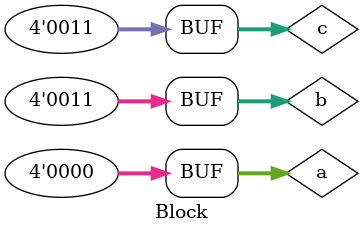
<source format=v>
module Block;  
  reg [3:0] a, b, c, d, e;  
  initial begin
    a = 4'b0000;
    b = 4'b0011;
   // #10 a = 4'b1100;
    c = #20 a + b  ;
    $monitor( $time, " c  = %b " , c);
  end
initial begin 
    $monitor( $time, " c  = %b " , c);
end
endmodule 

</source>
